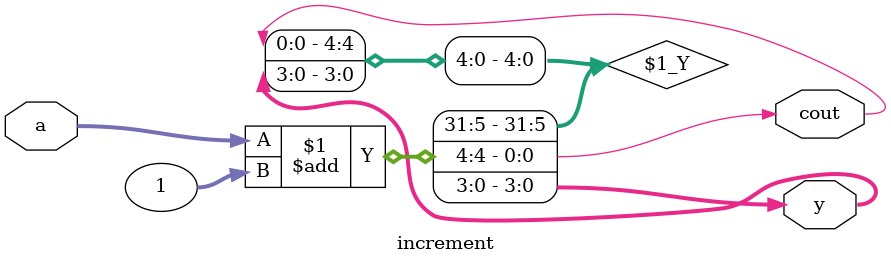
<source format=v>
module increment (a, y, cout);

input [3:0] a;
output [3:0] y;
output cout;

assign {cout, y} = a + 1;

endmodule

</source>
